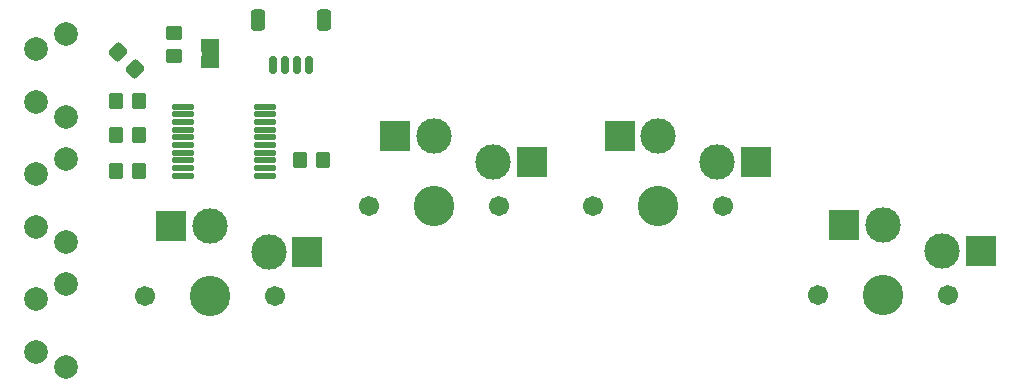
<source format=gbr>
%TF.GenerationSoftware,KiCad,Pcbnew,9.0.0*%
%TF.CreationDate,2025-04-27T09:25:50-07:00*%
%TF.ProjectId,c7k-rt,63376b2d-7274-42e6-9b69-6361645f7063,rev?*%
%TF.SameCoordinates,Original*%
%TF.FileFunction,Soldermask,Bot*%
%TF.FilePolarity,Negative*%
%FSLAX46Y46*%
G04 Gerber Fmt 4.6, Leading zero omitted, Abs format (unit mm)*
G04 Created by KiCad (PCBNEW 9.0.0) date 2025-04-27 09:25:50*
%MOMM*%
%LPD*%
G01*
G04 APERTURE LIST*
G04 Aperture macros list*
%AMRoundRect*
0 Rectangle with rounded corners*
0 $1 Rounding radius*
0 $2 $3 $4 $5 $6 $7 $8 $9 X,Y pos of 4 corners*
0 Add a 4 corners polygon primitive as box body*
4,1,4,$2,$3,$4,$5,$6,$7,$8,$9,$2,$3,0*
0 Add four circle primitives for the rounded corners*
1,1,$1+$1,$2,$3*
1,1,$1+$1,$4,$5*
1,1,$1+$1,$6,$7*
1,1,$1+$1,$8,$9*
0 Add four rect primitives between the rounded corners*
20,1,$1+$1,$2,$3,$4,$5,0*
20,1,$1+$1,$4,$5,$6,$7,0*
20,1,$1+$1,$6,$7,$8,$9,0*
20,1,$1+$1,$8,$9,$2,$3,0*%
%AMFreePoly0*
4,1,6,1.000000,0.000000,0.500000,-0.750000,-0.500000,-0.750000,-0.500000,0.750000,0.500000,0.750000,1.000000,0.000000,1.000000,0.000000,$1*%
%AMFreePoly1*
4,1,6,0.500000,-0.750000,-0.650000,-0.750000,-0.150000,0.000000,-0.650000,0.750000,0.500000,0.750000,0.500000,-0.750000,0.500000,-0.750000,$1*%
G04 Aperture macros list end*
%ADD10C,2.000000*%
%ADD11C,1.701800*%
%ADD12C,3.000000*%
%ADD13C,3.429000*%
%ADD14R,2.600000X2.600000*%
%ADD15FreePoly0,90.000000*%
%ADD16FreePoly1,90.000000*%
%ADD17RoundRect,0.250000X-0.350000X-0.450000X0.350000X-0.450000X0.350000X0.450000X-0.350000X0.450000X0*%
%ADD18RoundRect,0.125000X-0.825000X-0.125000X0.825000X-0.125000X0.825000X0.125000X-0.825000X0.125000X0*%
%ADD19RoundRect,0.250000X-0.450000X0.350000X-0.450000X-0.350000X0.450000X-0.350000X0.450000X0.350000X0*%
%ADD20RoundRect,0.150000X-0.150000X-0.625000X0.150000X-0.625000X0.150000X0.625000X-0.150000X0.625000X0*%
%ADD21RoundRect,0.250000X-0.350000X-0.650000X0.350000X-0.650000X0.350000X0.650000X-0.350000X0.650000X0*%
%ADD22RoundRect,0.250000X-0.565685X-0.070711X-0.070711X-0.565685X0.565685X0.070711X0.070711X0.565685X0*%
G04 APERTURE END LIST*
%TO.C,JP1*%
G36*
X183020000Y-75630000D02*
G01*
X181520000Y-75630000D01*
X181520000Y-73180000D01*
X183020000Y-73180000D01*
X183020000Y-75630000D01*
G37*
%TD*%
D10*
%TO.C,SW4*%
X167520000Y-78505000D03*
X167520000Y-74005000D03*
X170010000Y-79755000D03*
X170010000Y-72745000D03*
%TD*%
%TO.C,SW5*%
X167510000Y-89090000D03*
X167510000Y-84590000D03*
X170000000Y-90340000D03*
X170000000Y-83330000D03*
%TD*%
D11*
%TO.C,SW0*%
X244700000Y-94850000D03*
D12*
X244200000Y-91100000D03*
D13*
X239200000Y-94850000D03*
D12*
X239200000Y-88900000D03*
D11*
X233700000Y-94850000D03*
D14*
X235925000Y-88900000D03*
X247475000Y-91100000D03*
%TD*%
D10*
%TO.C,SW6*%
X167510000Y-99685000D03*
X167510000Y-95185000D03*
X170000000Y-100935000D03*
X170000000Y-93925000D03*
%TD*%
D11*
%TO.C,SW2*%
X206700000Y-87320000D03*
D12*
X206200000Y-83570000D03*
D13*
X201200000Y-87320000D03*
D12*
X201200000Y-81370000D03*
D11*
X195700000Y-87320000D03*
D14*
X197925000Y-81370000D03*
X209475000Y-83570000D03*
%TD*%
D11*
%TO.C,SW3*%
X187700000Y-94950000D03*
D12*
X187200000Y-91200000D03*
D13*
X182200000Y-94950000D03*
D12*
X182200000Y-89000000D03*
D11*
X176700000Y-94950000D03*
D14*
X178925000Y-89000000D03*
X190475000Y-91200000D03*
%TD*%
D11*
%TO.C,SW1*%
X225700000Y-87320000D03*
D12*
X225200000Y-83570000D03*
D13*
X220200000Y-87320000D03*
D12*
X220200000Y-81370000D03*
D11*
X214700000Y-87320000D03*
D14*
X216925000Y-81370000D03*
X228475000Y-83570000D03*
%TD*%
D15*
%TO.C,JP1*%
X182270000Y-75130000D03*
D16*
X182270000Y-73680000D03*
%TD*%
D17*
%TO.C,R1*%
X174263627Y-81270000D03*
X176263627Y-81270000D03*
%TD*%
D18*
%TO.C,U1*%
X179930000Y-84755000D03*
X179930000Y-84105000D03*
X179930000Y-83455000D03*
X179930000Y-82805000D03*
X179930000Y-82155000D03*
X179930000Y-81505000D03*
X179930000Y-80855000D03*
X179930000Y-80205000D03*
X179930000Y-79555000D03*
X179930000Y-78905000D03*
X186930000Y-78905000D03*
X186930000Y-79555000D03*
X186930000Y-80205000D03*
X186930000Y-80855000D03*
X186930000Y-81505000D03*
X186930000Y-82155000D03*
X186930000Y-82805000D03*
X186930000Y-83455000D03*
X186930000Y-84105000D03*
X186930000Y-84755000D03*
%TD*%
D19*
%TO.C,R3*%
X179190000Y-72640000D03*
X179190000Y-74640000D03*
%TD*%
D17*
%TO.C,R4*%
X174263627Y-78420000D03*
X176263627Y-78420000D03*
%TD*%
%TO.C,R6*%
X189840000Y-83430000D03*
X191840000Y-83430000D03*
%TD*%
D20*
%TO.C,J1*%
X187580000Y-75400000D03*
X188580000Y-75400000D03*
X189580000Y-75400000D03*
X190580000Y-75400000D03*
D21*
X186280000Y-71525000D03*
X191880000Y-71525000D03*
%TD*%
D22*
%TO.C,R5*%
X174452893Y-74282893D03*
X175867107Y-75697107D03*
%TD*%
D17*
%TO.C,R2*%
X174263627Y-84350000D03*
X176263627Y-84350000D03*
%TD*%
M02*

</source>
